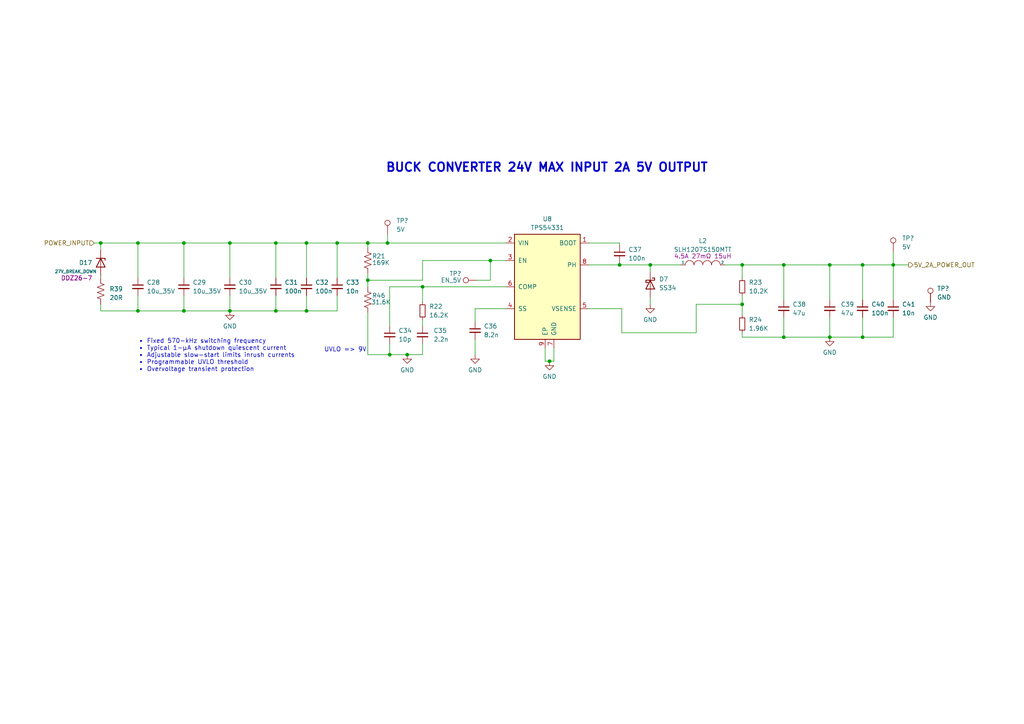
<source format=kicad_sch>
(kicad_sch (version 20230121) (generator eeschema)
  (paper "A4")
  (title_block (title "ELIESTAR") (date "2023-06-20") (rev "2.0") (company "GEVITON") (comment 2 "Reviewed By: Timoty Kyalo") (comment 3 "Designed By: Robert Mutura") (comment 4 "ELIESTAR"))
  (lib_symbols
    (symbol "Connector:TestPoint" (pin_numbers hide) (pin_names (offset 0.762) hide)
      (property "Reference" "TP" (at 0 6.858 0))
      (property "Value" "TestPoint" (at 0 5.08 0))
      (symbol "TestPoint_0_1"
        (circle (center 0 3.302) (radius 0.762))
      )
      (symbol "TestPoint_1_1"
        (pin passive line (at 0 0 90) (length 2.54) (name "1") (number "1"))
      )
    )
    (symbol "Device:C_Small" (pin_numbers hide) (pin_names (offset 0.254) hide)
      (property "Reference" "C" (at 0.254 1.778 0))
      (property "Value" "C_Small" (at 0.254 -2.032 0))
      (symbol "C_Small_0_1"
        (polyline (pts (xy -1.524 -0.508) (xy 1.524 -0.508)) (stroke (width 0.3302)))
        (polyline (pts (xy -1.524 0.508) (xy 1.524 0.508)) (stroke (width 0.3048)))
      )
      (symbol "C_Small_1_1"
        (pin passive line (at 0 2.54 270) (length 2.032) (name "~") (number "1"))
        (pin passive line (at 0 -2.54 90) (length 2.032) (name "~") (number "2"))
      )
    )
    (symbol "Device:D_Schottky" (pin_numbers hide) (pin_names (offset 1.016) hide)
      (property "Reference" "D" (at 0 2.54 0))
      (property "Value" "D_Schottky" (at 0 -2.54 0))
      (symbol "D_Schottky_0_1"
        (polyline (pts (xy 1.27 0) (xy -1.27 0)))
        (polyline (pts (xy 1.27 1.27) (xy 1.27 -1.27) (xy -1.27 0) (xy 1.27 1.27)) (stroke (width 0.254)))
        (polyline (pts (xy -1.905 0.635) (xy -1.905 1.27) (xy -1.27 1.27) (xy -1.27 -1.27) (xy -0.635 -1.27) (xy -0.635 -0.635)) (stroke (width 0.254)))
      )
      (symbol "D_Schottky_1_1"
        (pin passive line (at -3.81 0 0) (length 2.54) (name "K") (number "1"))
        (pin passive line (at 3.81 0 180) (length 2.54) (name "A") (number "2"))
      )
    )
    (symbol "Device:D_Zener" (pin_numbers hide) (pin_names (offset 1.016) hide)
      (property "Reference" "D" (at 0 2.54 0))
      (property "Value" "D_Zener" (at 0 -2.54 0))
      (symbol "D_Zener_0_1"
        (polyline (pts (xy 1.27 0) (xy -1.27 0)))
        (polyline (pts (xy -1.27 -1.27) (xy -1.27 1.27) (xy -0.762 1.27)) (stroke (width 0.254)))
        (polyline (pts (xy 1.27 -1.27) (xy 1.27 1.27) (xy -1.27 0) (xy 1.27 -1.27)) (stroke (width 0.254)))
      )
      (symbol "D_Zener_1_1"
        (pin passive line (at -3.81 0 0) (length 2.54) (name "K") (number "1"))
        (pin passive line (at 3.81 0 180) (length 2.54) (name "A") (number "2"))
      )
    )
    (symbol "Device:R_Small" (pin_numbers hide) (pin_names (offset 0.254) hide)
      (property "Reference" "R" (at 0.762 0.508 0))
      (property "Value" "R_Small" (at 0.762 -1.016 0))
      (symbol "R_Small_0_1"
        (rectangle (start -0.762 1.778) (end 0.762 -1.778) (stroke (width 0.2032)))
      )
      (symbol "R_Small_1_1"
        (pin passive line (at 0 2.54 270) (length 0.762) (name "~") (number "1"))
        (pin passive line (at 0 -2.54 90) (length 0.762) (name "~") (number "2"))
      )
    )
    (symbol "Device:R_US" (pin_numbers hide) (pin_names (offset 0))
      (property "Reference" "R" (at 2.54 0 90))
      (property "Value" "R_US" (at -2.54 0 90))
      (symbol "R_US_0_1"
        (polyline (pts (xy 0 -2.286) (xy 0 -2.54)))
        (polyline (pts (xy 0 2.286) (xy 0 2.54)))
        (polyline (pts (xy 0 -0.762) (xy 1.016 -1.143) (xy 0 -1.524) (xy -1.016 -1.905) (xy 0 -2.286)))
        (polyline (pts (xy 0 0.762) (xy 1.016 0.381) (xy 0 0) (xy -1.016 -0.381) (xy 0 -0.762)))
        (polyline (pts (xy 0 2.286) (xy 1.016 1.905) (xy 0 1.524) (xy -1.016 1.143) (xy 0 0.762)))
      )
      (symbol "R_US_1_1"
        (pin passive line (at 0 3.81 270) (length 1.27) (name "~") (number "1"))
        (pin passive line (at 0 -3.81 90) (length 1.27) (name "~") (number "2"))
      )
    )
    (symbol "GCL_Integrated-Circuits:TPS54332DDAR" (pin_names (offset 1.016))
      (property "Reference" "U" (at -10.16 16.2306 0))
      (property "Value" "TPS54332DDAR" (at -6.35 16.51 0))
      (symbol "TPS54332DDAR_0_0"
        (rectangle (start -10.16 -15.24) (end 8.89 15.24) (stroke (width 0.254)) (fill (type background)))
        (pin bidirectional line (at 11.43 12.7 180) (length 2.54) (name "BOOT") (number "1"))
        (pin input line (at -12.7 12.7 0) (length 2.54) (name "VIN") (number "2"))
        (pin input line (at -12.7 7.62 0) (length 2.54) (name "EN") (number "3"))
        (pin input line (at -12.7 -6.35 0) (length 2.54) (name "SS") (number "4"))
        (pin input line (at 11.43 -6.35 180) (length 2.54) (name "VSENSE") (number "5"))
        (pin output line (at -12.7 0 0) (length 2.54) (name "COMP") (number "6"))
        (pin power_in line (at 1.27 -17.78 90) (length 2.54) (name "GND") (number "7"))
        (pin input line (at 11.43 6.35 180) (length 2.54) (name "PH") (number "8"))
        (pin bidirectional line (at -1.27 -17.78 90) (length 2.54) (name "EP") (number "9"))
      )
    )
    (symbol "power:GND" (power) (pin_names (offset 0))
      (property "Value" "GND" (at 0 -3.81 0))
      (symbol "GND_0_1"
        (polyline (pts (xy 0 0) (xy 0 -1.27) (xy 1.27 -1.27) (xy 0 -2.54) (xy -1.27 -1.27) (xy 0 -1.27)))
      )
      (symbol "GND_1_1"
        (pin power_in line (at 0 0 270) (length 0) hide (name "GND") (number "1"))
      )
    )
    (symbol "pspice:INDUCTOR" (pin_numbers hide) (pin_names (offset 0))
      (property "Reference" "L" (at 0 2.54 0))
      (property "Value" "INDUCTOR" (at 0 -1.27 0))
      (symbol "INDUCTOR_0_1"
        (arc (start -2.54 0) (mid -3.81 1.2645) (end -5.08 0))
        (arc (start 0 0) (mid -1.27 1.2645) (end -2.54 0))
        (arc (start 2.54 0) (mid 1.27 1.2645) (end 0 0))
        (arc (start 5.08 0) (mid 3.81 1.2645) (end 2.54 0))
      )
      (symbol "INDUCTOR_1_1"
        (pin input line (at -6.35 0 0) (length 1.27) (name "1") (number "1"))
        (pin input line (at 6.35 0 180) (length 1.27) (name "2") (number "2"))
      )
    )
  )
  (junction (at 250.19 76.835))
  (junction (at 188.595 76.835))
  (junction (at 97.79 70.485))
  (junction (at 113.03 102.87))
  (junction (at 112.395 70.485))
  (junction (at 227.33 97.79))
  (junction (at 29.21 70.485))
  (junction (at 240.665 97.79))
  (junction (at 66.675 90.17))
  (junction (at 118.11 102.87))
  (junction (at 240.665 76.835))
  (junction (at 53.34 90.17))
  (junction (at 66.675 70.485))
  (junction (at 215.265 76.835))
  (junction (at 227.33 76.835))
  (junction (at 40.005 90.17))
  (junction (at 88.9 70.485))
  (junction (at 40.005 70.485))
  (junction (at 80.01 70.485))
  (junction (at 259.08 76.835))
  (junction (at 88.9 90.17))
  (junction (at 122.555 83.185))
  (junction (at 80.01 90.17))
  (junction (at 159.385 104.775))
  (junction (at 106.68 81.28))
  (junction (at 106.68 70.485))
  (junction (at 179.705 76.835))
  (junction (at 215.265 88.265))
  (junction (at 250.19 97.79))
  (junction (at 142.24 75.565))
  (junction (at 53.34 70.485))
  (wire (pts (xy 170.815 76.835) (xy 179.705 76.835)))
  (wire (pts (xy 201.93 96.52) (xy 201.93 88.265)))
  (wire (pts (xy 106.68 70.485) (xy 112.395 70.485)))
  (wire (pts (xy 106.68 70.485) (xy 106.68 71.755)))
  (wire (pts (xy 112.395 70.485) (xy 146.685 70.485)))
  (wire (pts (xy 112.395 67.945) (xy 112.395 70.485)))
  (wire (pts (xy 106.68 102.87) (xy 113.03 102.87)))
  (wire (pts (xy 80.01 85.725) (xy 80.01 90.17)))
  (wire (pts (xy 215.265 88.265) (xy 215.265 91.44)))
  (wire (pts (xy 240.665 97.79) (xy 250.19 97.79)))
  (wire (pts (xy 170.815 89.535) (xy 180.34 89.535)))
  (wire (pts (xy 160.655 104.775) (xy 160.655 100.965)))
  (wire (pts (xy 250.19 76.835) (xy 259.08 76.835)))
  (wire (pts (xy 106.68 81.28) (xy 106.68 83.185)))
  (wire (pts (xy 80.01 90.17) (xy 88.9 90.17)))
  (wire (pts (xy 240.665 92.075) (xy 240.665 97.79)))
  (wire (pts (xy 106.68 90.805) (xy 106.68 102.87)))
  (wire (pts (xy 122.555 99.695) (xy 122.555 102.87)))
  (wire (pts (xy 122.555 92.71) (xy 122.555 94.615)))
  (wire (pts (xy 40.005 85.725) (xy 40.005 90.17)))
  (wire (pts (xy 180.34 96.52) (xy 201.93 96.52)))
  (wire (pts (xy 179.705 76.2) (xy 179.705 76.835)))
  (wire (pts (xy 227.33 97.79) (xy 240.665 97.79)))
  (wire (pts (xy 88.9 70.485) (xy 97.79 70.485)))
  (wire (pts (xy 40.005 70.485) (xy 40.005 80.645)))
  (wire (pts (xy 53.34 85.725) (xy 53.34 90.17)))
  (wire (pts (xy 88.9 70.485) (xy 88.9 80.645)))
  (wire (pts (xy 40.005 90.17) (xy 53.34 90.17)))
  (wire (pts (xy 97.79 70.485) (xy 106.68 70.485)))
  (wire (pts (xy 240.665 76.835) (xy 250.19 76.835)))
  (wire (pts (xy 142.24 81.28) (xy 142.24 75.565)))
  (wire (pts (xy 259.08 92.075) (xy 259.08 97.79)))
  (wire (pts (xy 113.03 102.87) (xy 118.11 102.87)))
  (wire (pts (xy 113.03 83.185) (xy 122.555 83.185)))
  (wire (pts (xy 137.795 98.425) (xy 137.795 102.87)))
  (wire (pts (xy 137.795 89.535) (xy 137.795 93.345)))
  (wire (pts (xy 122.555 83.185) (xy 146.685 83.185)))
  (wire (pts (xy 240.665 76.835) (xy 240.665 86.995)))
  (wire (pts (xy 188.595 76.835) (xy 188.595 78.74)))
  (wire (pts (xy 227.33 76.835) (xy 240.665 76.835)))
  (wire (pts (xy 29.21 88.265) (xy 29.21 90.17)))
  (wire (pts (xy 66.675 85.725) (xy 66.675 90.17)))
  (wire (pts (xy 170.815 70.485) (xy 179.705 70.485)))
  (wire (pts (xy 259.08 76.835) (xy 259.08 86.995)))
  (wire (pts (xy 88.9 90.17) (xy 97.79 90.17)))
  (wire (pts (xy 259.08 73.025) (xy 259.08 76.835)))
  (wire (pts (xy 179.705 70.485) (xy 179.705 71.12)))
  (wire (pts (xy 106.68 79.375) (xy 106.68 81.28)))
  (wire (pts (xy 66.675 70.485) (xy 66.675 80.645)))
  (wire (pts (xy 201.93 88.265) (xy 215.265 88.265)))
  (wire (pts (xy 215.265 76.835) (xy 227.33 76.835)))
  (wire (pts (xy 53.34 90.17) (xy 66.675 90.17)))
  (wire (pts (xy 66.675 70.485) (xy 80.01 70.485)))
  (wire (pts (xy 179.705 76.835) (xy 188.595 76.835)))
  (wire (pts (xy 138.43 81.28) (xy 142.24 81.28)))
  (wire (pts (xy 88.9 85.725) (xy 88.9 90.17)))
  (wire (pts (xy 97.79 70.485) (xy 97.79 80.645)))
  (wire (pts (xy 122.555 81.28) (xy 122.555 75.565)))
  (wire (pts (xy 227.33 76.835) (xy 227.33 86.995)))
  (wire (pts (xy 97.79 85.725) (xy 97.79 90.17)))
  (wire (pts (xy 158.115 104.775) (xy 159.385 104.775)))
  (wire (pts (xy 29.21 70.485) (xy 29.21 72.39)))
  (wire (pts (xy 53.34 70.485) (xy 66.675 70.485)))
  (wire (pts (xy 146.685 89.535) (xy 137.795 89.535)))
  (wire (pts (xy 227.33 92.075) (xy 227.33 97.79)))
  (wire (pts (xy 180.34 89.535) (xy 180.34 96.52)))
  (wire (pts (xy 118.11 102.87) (xy 122.555 102.87)))
  (wire (pts (xy 188.595 86.36) (xy 188.595 88.265)))
  (wire (pts (xy 66.675 90.17) (xy 80.01 90.17)))
  (wire (pts (xy 27.305 70.485) (xy 29.21 70.485)))
  (wire (pts (xy 158.115 100.965) (xy 158.115 104.775)))
  (wire (pts (xy 122.555 75.565) (xy 142.24 75.565)))
  (wire (pts (xy 146.685 75.565) (xy 142.24 75.565)))
  (wire (pts (xy 159.385 104.775) (xy 160.655 104.775)))
  (wire (pts (xy 113.03 99.695) (xy 113.03 102.87)))
  (wire (pts (xy 40.005 70.485) (xy 53.34 70.485)))
  (wire (pts (xy 53.34 70.485) (xy 53.34 80.645)))
  (wire (pts (xy 29.21 80.01) (xy 29.21 80.645)))
  (wire (pts (xy 227.33 97.79) (xy 215.265 97.79)))
  (wire (pts (xy 210.185 76.835) (xy 215.265 76.835)))
  (wire (pts (xy 215.265 80.645) (xy 215.265 76.835)))
  (wire (pts (xy 29.21 70.485) (xy 40.005 70.485)))
  (wire (pts (xy 259.08 97.79) (xy 250.19 97.79)))
  (wire (pts (xy 80.01 70.485) (xy 80.01 80.645)))
  (wire (pts (xy 215.265 88.265) (xy 215.265 85.725)))
  (wire (pts (xy 106.68 81.28) (xy 122.555 81.28)))
  (wire (pts (xy 250.19 92.075) (xy 250.19 97.79)))
  (wire (pts (xy 80.01 70.485) (xy 88.9 70.485)))
  (wire (pts (xy 215.265 96.52) (xy 215.265 97.79)))
  (wire (pts (xy 188.595 76.835) (xy 197.485 76.835)))
  (wire (pts (xy 29.21 90.17) (xy 40.005 90.17)))
  (wire (pts (xy 250.19 76.835) (xy 250.19 86.995)))
  (wire (pts (xy 113.03 83.185) (xy 113.03 94.615)))
  (wire (pts (xy 122.555 83.185) (xy 122.555 87.63)))
  (wire (pts (xy 263.525 76.835) (xy 259.08 76.835)))
  (text "• Fixed 570-kHz switching frequency\n• Typical 1-μA shutdown quiescent current\n• Adjustable slow-start limits inrush currents\n• Programmable UVLO threshold\n• Overvoltage transient protection" (at 40.005 107.95 0) (effects (font (size 1.27 1.27)) (justify left bottom)))
  (text "UVLO => 9V" (at 93.98 102.235 0) (effects (font (size 1.27 1.27)) (justify left bottom)))
  (text "BUCK CONVERTER 24V MAX INPUT 2A 5V OUTPUT" (at 111.76 50.165 0) (effects (font (size 2.5 2.5) (thickness 0.5) bold) (justify left bottom)))
  (hierarchical_label "POWER_INPUT" (shape input) (at 27.305 70.485 180))
  (hierarchical_label "5V_2A_POWER_OUT" (shape output) (at 263.525 76.835 0))
  (symbol (lib_id "power:GND") (at 137.795 102.87 0) (unit 1)
    (property "Reference" "#PWR055" (effects hide))
    (property "Value" "GND" (at 137.795 107.315 0))
  )
  (symbol (lib_id "Device:D_Zener") (at 29.21 76.2 270) (unit 1)
    (property "Reference" "D17" (at 22.86 76.2 90) (effects (justify left)))
    (property "Value" "27V_BREAK_DOWN" (at 15.875 78.74 90) (effects (font (size 0.9 0.9)) (justify left)))
    (property "Footprint" "Diode_SMD:D_SOD-123" (effects hide))
    (property "MPN" "DDZ26-7" (at 22.225 80.645 90))
  )
  (symbol (lib_id "Device:D_Schottky") (at 188.595 82.55 270) (unit 1)
    (property "Reference" "D7" (at 191.135 80.9624 90) (effects (justify left)))
    (property "Value" "SS34" (at 191.135 83.5024 90) (effects (justify left)))
    (property "Footprint" "Diode_SMD:D_SMA" (effects hide))
  )
  (symbol (lib_id "Device:C_Small") (at 137.795 95.885 0) (unit 1)
    (property "Reference" "C36" (at 140.335 94.6212 0) (effects (justify left)))
    (property "Value" "8.2n" (at 140.335 97.1612 0) (effects (justify left)))
    (property "Footprint" "Capacitor_SMD:C_0402_1005Metric" (effects hide))
  )
  (symbol (lib_id "Device:C_Small") (at 240.665 89.535 0) (unit 1)
    (property "Reference" "C39" (at 243.84 88.2712 0) (effects (justify left)))
    (property "Value" "47u" (at 243.84 90.8112 0) (effects (justify left)))
    (property "Footprint" "Capacitor_SMD:C_0603_1608Metric" (effects hide))
  )
  (symbol (lib_id "Device:C_Small") (at 113.03 97.155 0) (unit 1)
    (property "Reference" "C34" (at 115.57 95.8912 0) (effects (justify left)))
    (property "Value" "10p" (at 115.57 98.4312 0) (effects (justify left)))
    (property "Footprint" "Capacitor_SMD:C_0402_1005Metric" (effects hide))
  )
  (symbol (lib_id "Device:C_Small") (at 66.675 83.185 0) (unit 1)
    (property "Reference" "C30" (at 69.215 81.9212 0) (effects (justify left)))
    (property "Value" "10u_35V" (at 69.215 84.4612 0) (effects (justify left)))
    (property "Footprint" "Capacitor_SMD:C_0603_1608Metric" (effects hide))
  )
  (symbol (lib_id "Device:C_Small") (at 250.19 89.535 0) (unit 1)
    (property "Reference" "C40" (at 252.73 88.2712 0) (effects (justify left)))
    (property "Value" "100n" (at 252.73 90.8112 0) (effects (justify left)))
    (property "Footprint" "Capacitor_SMD:C_0603_1608Metric" (effects hide))
  )
  (symbol (lib_id "Device:R_US") (at 106.68 75.565 180) (unit 1)
    (property "Reference" "R21" (at 109.855 74.295 0))
    (property "Value" "169K" (at 110.49 76.2 0))
    (property "Footprint" "Resistor_SMD:R_0603_1608Metric" (effects hide))
  )
  (symbol (lib_id "Device:C_Small") (at 179.705 73.66 0) (unit 1)
    (property "Reference" "C37" (at 182.245 72.3962 0) (effects (justify left)))
    (property "Value" "100n" (at 182.245 74.9362 0) (effects (justify left)))
    (property "Footprint" "Capacitor_SMD:C_0402_1005Metric" (effects hide))
  )
  (symbol (lib_id "Device:R_Small") (at 122.555 90.17 0) (unit 1)
    (property "Reference" "R22" (at 124.46 88.8999 0) (effects (justify left)))
    (property "Value" "16.2K" (at 124.46 91.4399 0) (effects (justify left)))
    (property "Footprint" "Resistor_SMD:R_0402_1005Metric" (effects hide))
  )
  (symbol (lib_id "Connector:TestPoint") (at 259.08 73.025 0) (unit 1)
    (property "Reference" "TP?" (at 261.62 69.088 0) (effects (justify left)))
    (property "Value" "5V" (at 261.62 71.628 0) (effects (justify left)))
    (property "Footprint" "brilliant-kicad-library:TestPoint_Pad_D0.9mm" (effects hide))
  )
  (symbol (lib_id "Device:C_Small") (at 97.79 83.185 0) (unit 1)
    (property "Reference" "C33" (at 100.33 81.9212 0) (effects (justify left)))
    (property "Value" "10n" (at 100.33 84.4612 0) (effects (justify left)))
    (property "Footprint" "Capacitor_SMD:C_0603_1608Metric" (effects hide))
  )
  (symbol (lib_id "Connector:TestPoint") (at 269.875 87.63 0) (unit 1)
    (property "Reference" "TP?" (at 271.78 83.693 0) (effects (justify left)))
    (property "Value" "GND" (at 271.78 86.233 0) (effects (justify left)))
    (property "Footprint" "brilliant-kicad-library:TestPoint_Pad_D0.9mm" (effects hide))
  )
  (symbol (lib_id "Device:R_US") (at 106.68 86.995 180) (unit 1)
    (property "Reference" "R46" (at 109.855 85.725 0))
    (property "Value" "31.6K" (at 110.49 87.63 0))
    (property "Footprint" "Resistor_SMD:R_0603_1608Metric" (effects hide))
  )
  (symbol (lib_id "pspice:INDUCTOR") (at 203.835 76.835 0) (unit 1)
    (property "Reference" "L2" (at 203.835 69.85 0))
    (property "Value" "SLH1207S150MTT" (at 203.835 72.39 0))
    (property "Footprint" "greencharge-footprints:ind_SLH1207S150MTT" (effects hide))
    (property "description" "4.5A 27mΩ 15uH" (at 203.835 74.295 0))
  )
  (symbol (lib_id "power:GND") (at 66.675 90.17 0) (unit 1)
    (property "Reference" "#PWR052" (effects hide))
    (property "Value" "GND" (at 66.675 94.615 0))
  )
  (symbol (lib_id "Device:C_Small") (at 122.555 97.155 0) (unit 1)
    (property "Reference" "C35" (at 125.73 95.8912 0) (effects (justify left)))
    (property "Value" "2.2n" (at 125.73 98.4312 0) (effects (justify left)))
    (property "Footprint" "Capacitor_SMD:C_0402_1005Metric" (effects hide))
  )
  (symbol (lib_id "power:GND") (at 188.595 88.265 0) (unit 1)
    (property "Reference" "#PWR057" (effects hide))
    (property "Value" "GND" (at 188.595 92.71 0))
  )
  (symbol (lib_id "Device:C_Small") (at 53.34 83.185 0) (unit 1)
    (property "Reference" "C29" (at 55.88 81.9212 0) (effects (justify left)))
    (property "Value" "10u_35V" (at 55.88 84.4612 0) (effects (justify left)))
    (property "Footprint" "Capacitor_SMD:C_0603_1608Metric" (effects hide))
  )
  (symbol (lib_id "Device:C_Small") (at 80.01 83.185 0) (unit 1)
    (property "Reference" "C31" (at 82.55 81.9212 0) (effects (justify left)))
    (property "Value" "100n" (at 82.55 84.4612 0) (effects (justify left)))
    (property "Footprint" "Capacitor_SMD:C_0603_1608Metric" (effects hide))
  )
  (symbol (lib_id "Connector:TestPoint") (at 138.43 81.28 90) (unit 1)
    (property "Reference" "TP?" (at 132.08 79.375 90))
    (property "Value" "EN_5V" (at 130.81 81.28 90))
    (property "Footprint" "brilliant-kicad-library:TestPoint_Pad_D0.9mm" (effects hide))
  )
  (symbol (lib_id "power:GND") (at 240.665 97.79 0) (unit 1)
    (property "Reference" "#PWR058" (effects hide))
    (property "Value" "GND" (at 240.665 102.235 0))
  )
  (symbol (lib_id "Device:R_Small") (at 215.265 83.185 0) (unit 1)
    (property "Reference" "R23" (at 217.17 81.9149 0) (effects (justify left)))
    (property "Value" "10.2K" (at 217.17 84.4549 0) (effects (justify left)))
    (property "Footprint" "Resistor_SMD:R_0402_1005Metric" (effects hide))
  )
  (symbol (lib_id "Device:C_Small") (at 259.08 89.535 0) (unit 1)
    (property "Reference" "C41" (at 261.62 88.2712 0) (effects (justify left)))
    (property "Value" "10n" (at 261.62 90.8112 0) (effects (justify left)))
    (property "Footprint" "Capacitor_SMD:C_0603_1608Metric" (effects hide))
  )
  (symbol (lib_id "Device:C_Small") (at 88.9 83.185 0) (unit 1)
    (property "Reference" "C32" (at 91.44 81.9212 0) (effects (justify left)))
    (property "Value" "100n" (at 91.44 84.4612 0) (effects (justify left)))
    (property "Footprint" "Capacitor_SMD:C_0603_1608Metric" (effects hide))
  )
  (symbol (lib_id "power:GND") (at 118.11 102.87 0) (unit 1)
    (property "Reference" "#PWR054" (effects hide))
    (property "Value" "GND" (at 118.11 107.315 0))
  )
  (symbol (lib_id "Device:C_Small") (at 40.005 83.185 0) (unit 1)
    (property "Reference" "C28" (at 42.545 81.9212 0) (effects (justify left)))
    (property "Value" "10u_35V" (at 42.545 84.4612 0) (effects (justify left)))
    (property "Footprint" "Capacitor_SMD:C_0603_1608Metric" (effects hide))
  )
  (symbol (lib_id "Device:R_US") (at 29.21 84.455 0) (unit 1)
    (property "Reference" "R39" (at 31.75 83.82 0) (effects (justify left)))
    (property "Value" "20R" (at 31.75 86.36 0) (effects (justify left)))
    (property "Footprint" "Resistor_SMD:R_0402_1005Metric" (effects hide))
  )
  (symbol (lib_id "Device:R_Small") (at 215.265 93.98 0) (unit 1)
    (property "Reference" "R24" (at 217.17 92.7099 0) (effects (justify left)))
    (property "Value" "1.96K" (at 217.17 95.2499 0) (effects (justify left)))
    (property "Footprint" "Resistor_SMD:R_0402_1005Metric" (effects hide))
  )
  (symbol (lib_id "Connector:TestPoint") (at 112.395 67.945 0) (unit 1)
    (property "Reference" "TP?" (at 114.935 64.008 0) (effects (justify left)))
    (property "Value" "5V" (at 114.935 66.548 0) (effects (justify left)))
    (property "Footprint" "brilliant-kicad-library:TestPoint_Pad_D0.9mm" (effects hide))
  )
  (symbol (lib_id "power:GND") (at 159.385 104.775 0) (unit 1)
    (property "Reference" "#PWR056" (effects hide))
    (property "Value" "GND" (at 159.385 109.22 0))
  )
  (symbol (lib_id "Device:C_Small") (at 227.33 89.535 0) (unit 1)
    (property "Reference" "C38" (at 229.87 88.2712 0) (effects (justify left)))
    (property "Value" "47u" (at 229.87 90.8112 0) (effects (justify left)))
    (property "Footprint" "Capacitor_SMD:C_0603_1608Metric" (effects hide))
  )
  (symbol (lib_id "power:GND") (at 269.875 87.63 0) (unit 1)
    (property "Reference" "#PWR098" (effects hide))
    (property "Value" "GND" (at 269.875 92.075 0))
  )
  (symbol (lib_id "GCL_Integrated-Circuits:TPS54332DDAR") (at 159.385 83.185 0) (unit 1)
    (property "Reference" "U8" (at 158.75 63.5 0))
    (property "Value" "TPS54331" (at 158.75 66.04 0))
    (property "Footprint" "Package_SO:SOIC-8_3.9x4.9mm_P1.27mm" (effects hide))
  )
)
</source>
